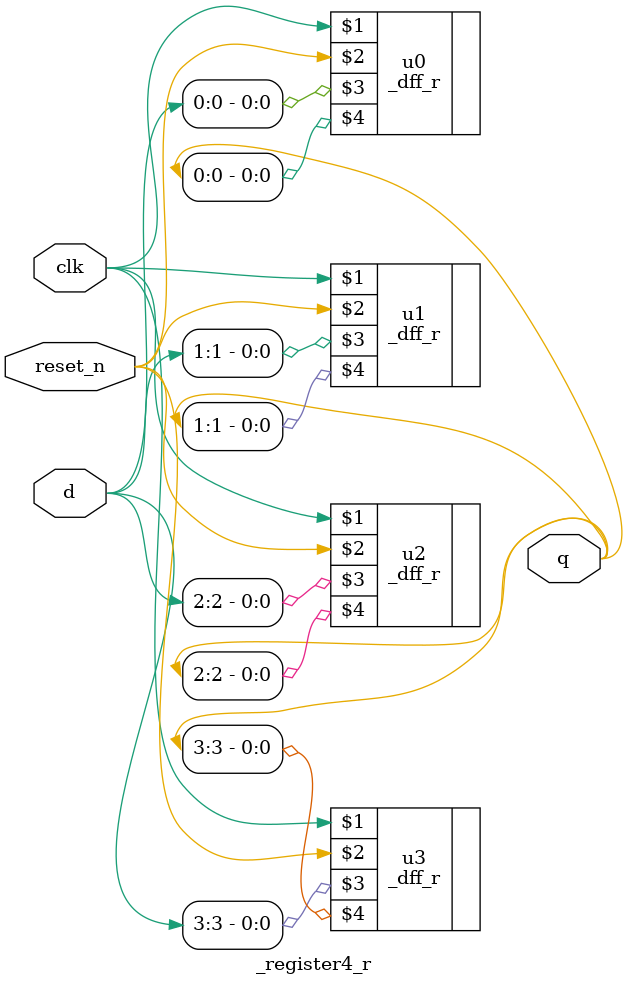
<source format=v>


module _register4_r (clk,reset_n, d, q);// module name is _register4_r

	input clk, reset_n; //1bit input
	input [3:0] d;// 4bit input
	output [3:0] q;// 4bit output
	
	// instance module name is u0,u1,u2
	// use _dff_r module
	
	_dff_r u0 (clk,reset_n,d[0],q[0]);
	
	_dff_r u1 (clk,reset_n,d[1],q[1]);
	
	_dff_r u2 (clk,reset_n,d[2],q[2]);
		
	_dff_r u3 (clk,reset_n,d[3],q[3]);
	
endmodule


</source>
